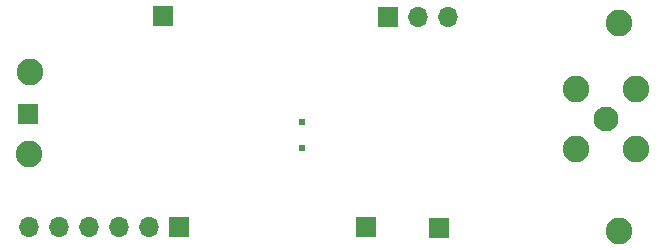
<source format=gbr>
%TF.GenerationSoftware,KiCad,Pcbnew,(7.0.0)*%
%TF.CreationDate,2023-03-06T00:02:43-06:00*%
%TF.ProjectId,RF Signal Source,52462053-6967-46e6-916c-20536f757263,rev?*%
%TF.SameCoordinates,Original*%
%TF.FileFunction,Soldermask,Bot*%
%TF.FilePolarity,Negative*%
%FSLAX46Y46*%
G04 Gerber Fmt 4.6, Leading zero omitted, Abs format (unit mm)*
G04 Created by KiCad (PCBNEW (7.0.0)) date 2023-03-06 00:02:43*
%MOMM*%
%LPD*%
G01*
G04 APERTURE LIST*
%ADD10C,2.250000*%
%ADD11R,1.700000X1.700000*%
%ADD12O,1.700000X1.700000*%
%ADD13C,0.610000*%
%ADD14C,2.100000*%
G04 APERTURE END LIST*
D10*
%TO.C,*%
X149288016Y-83966640D03*
%TD*%
%TO.C,*%
X149252267Y-90901942D03*
%TD*%
%TO.C,*%
X199209993Y-97431249D03*
%TD*%
%TO.C,*%
X199209993Y-79842751D03*
%TD*%
D11*
%TO.C,J3*%
X160568785Y-79249124D03*
%TD*%
%TO.C,J8*%
X177808718Y-97150920D03*
%TD*%
%TO.C,J7*%
X183920627Y-97160140D03*
%TD*%
%TO.C,J4*%
X149154436Y-87556971D03*
%TD*%
%TO.C,J6*%
X179651367Y-79307067D03*
D12*
X182191367Y-79307067D03*
X184731367Y-79307067D03*
%TD*%
%TO.C,J5*%
X149266769Y-97128697D03*
X151806769Y-97128697D03*
X154346769Y-97128697D03*
X156886769Y-97128697D03*
X159426769Y-97128697D03*
D11*
X161966769Y-97128697D03*
%TD*%
D13*
%TO.C,FL1*%
X172315169Y-88219699D03*
X172315169Y-90429699D03*
%TD*%
D14*
%TO.C,J1*%
X198120000Y-87973684D03*
D10*
X195570000Y-90523684D03*
X200670000Y-90523684D03*
X200670000Y-85423684D03*
X195570000Y-85423684D03*
%TD*%
M02*

</source>
